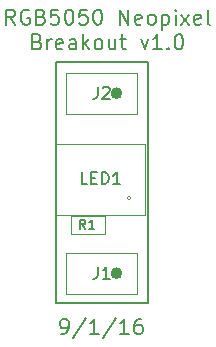
<source format=gbr>
G04 #@! TF.FileFunction,Other,Fab,Top*
%FSLAX46Y46*%
G04 Gerber Fmt 4.6, Leading zero omitted, Abs format (unit mm)*
G04 Created by KiCad (PCBNEW 4.0.3+e1-6302~38~ubuntu14.04.1-stable) date Thu Sep  1 16:53:10 2016*
%MOMM*%
%LPD*%
G01*
G04 APERTURE LIST*
%ADD10C,0.100000*%
%ADD11C,0.203200*%
%ADD12C,0.200000*%
%ADD13C,0.050000*%
%ADD14C,0.400000*%
%ADD15C,0.150000*%
G04 APERTURE END LIST*
D10*
D11*
X145203333Y-116906524D02*
X145445238Y-116906524D01*
X145566190Y-116846048D01*
X145626666Y-116785571D01*
X145747619Y-116604143D01*
X145808095Y-116362238D01*
X145808095Y-115878429D01*
X145747619Y-115757476D01*
X145687143Y-115697000D01*
X145566190Y-115636524D01*
X145324286Y-115636524D01*
X145203333Y-115697000D01*
X145142857Y-115757476D01*
X145082381Y-115878429D01*
X145082381Y-116180810D01*
X145142857Y-116301762D01*
X145203333Y-116362238D01*
X145324286Y-116422714D01*
X145566190Y-116422714D01*
X145687143Y-116362238D01*
X145747619Y-116301762D01*
X145808095Y-116180810D01*
X147259524Y-115576048D02*
X146170952Y-117208905D01*
X148348095Y-116906524D02*
X147622381Y-116906524D01*
X147985238Y-116906524D02*
X147985238Y-115636524D01*
X147864286Y-115817952D01*
X147743333Y-115938905D01*
X147622381Y-115999381D01*
X149799524Y-115576048D02*
X148710952Y-117208905D01*
X150888095Y-116906524D02*
X150162381Y-116906524D01*
X150525238Y-116906524D02*
X150525238Y-115636524D01*
X150404286Y-115817952D01*
X150283333Y-115938905D01*
X150162381Y-115999381D01*
X151976667Y-115636524D02*
X151734762Y-115636524D01*
X151613810Y-115697000D01*
X151553333Y-115757476D01*
X151432381Y-115938905D01*
X151371905Y-116180810D01*
X151371905Y-116664619D01*
X151432381Y-116785571D01*
X151492857Y-116846048D01*
X151613810Y-116906524D01*
X151855714Y-116906524D01*
X151976667Y-116846048D01*
X152037143Y-116785571D01*
X152097619Y-116664619D01*
X152097619Y-116362238D01*
X152037143Y-116241286D01*
X151976667Y-116180810D01*
X151855714Y-116120333D01*
X151613810Y-116120333D01*
X151492857Y-116180810D01*
X151432381Y-116241286D01*
X151371905Y-116362238D01*
X141266333Y-90706424D02*
X140843000Y-90101662D01*
X140540619Y-90706424D02*
X140540619Y-89436424D01*
X141024428Y-89436424D01*
X141145381Y-89496900D01*
X141205857Y-89557376D01*
X141266333Y-89678329D01*
X141266333Y-89859757D01*
X141205857Y-89980710D01*
X141145381Y-90041186D01*
X141024428Y-90101662D01*
X140540619Y-90101662D01*
X142475857Y-89496900D02*
X142354905Y-89436424D01*
X142173476Y-89436424D01*
X141992048Y-89496900D01*
X141871095Y-89617852D01*
X141810619Y-89738805D01*
X141750143Y-89980710D01*
X141750143Y-90162138D01*
X141810619Y-90404043D01*
X141871095Y-90524995D01*
X141992048Y-90645948D01*
X142173476Y-90706424D01*
X142294428Y-90706424D01*
X142475857Y-90645948D01*
X142536333Y-90585471D01*
X142536333Y-90162138D01*
X142294428Y-90162138D01*
X143503952Y-90041186D02*
X143685381Y-90101662D01*
X143745857Y-90162138D01*
X143806333Y-90283090D01*
X143806333Y-90464519D01*
X143745857Y-90585471D01*
X143685381Y-90645948D01*
X143564428Y-90706424D01*
X143080619Y-90706424D01*
X143080619Y-89436424D01*
X143503952Y-89436424D01*
X143624905Y-89496900D01*
X143685381Y-89557376D01*
X143745857Y-89678329D01*
X143745857Y-89799281D01*
X143685381Y-89920233D01*
X143624905Y-89980710D01*
X143503952Y-90041186D01*
X143080619Y-90041186D01*
X144955381Y-89436424D02*
X144350619Y-89436424D01*
X144290143Y-90041186D01*
X144350619Y-89980710D01*
X144471571Y-89920233D01*
X144773952Y-89920233D01*
X144894905Y-89980710D01*
X144955381Y-90041186D01*
X145015857Y-90162138D01*
X145015857Y-90464519D01*
X144955381Y-90585471D01*
X144894905Y-90645948D01*
X144773952Y-90706424D01*
X144471571Y-90706424D01*
X144350619Y-90645948D01*
X144290143Y-90585471D01*
X145802048Y-89436424D02*
X145923000Y-89436424D01*
X146043952Y-89496900D01*
X146104429Y-89557376D01*
X146164905Y-89678329D01*
X146225381Y-89920233D01*
X146225381Y-90222614D01*
X146164905Y-90464519D01*
X146104429Y-90585471D01*
X146043952Y-90645948D01*
X145923000Y-90706424D01*
X145802048Y-90706424D01*
X145681095Y-90645948D01*
X145620619Y-90585471D01*
X145560143Y-90464519D01*
X145499667Y-90222614D01*
X145499667Y-89920233D01*
X145560143Y-89678329D01*
X145620619Y-89557376D01*
X145681095Y-89496900D01*
X145802048Y-89436424D01*
X147374429Y-89436424D02*
X146769667Y-89436424D01*
X146709191Y-90041186D01*
X146769667Y-89980710D01*
X146890619Y-89920233D01*
X147193000Y-89920233D01*
X147313953Y-89980710D01*
X147374429Y-90041186D01*
X147434905Y-90162138D01*
X147434905Y-90464519D01*
X147374429Y-90585471D01*
X147313953Y-90645948D01*
X147193000Y-90706424D01*
X146890619Y-90706424D01*
X146769667Y-90645948D01*
X146709191Y-90585471D01*
X148221096Y-89436424D02*
X148342048Y-89436424D01*
X148463000Y-89496900D01*
X148523477Y-89557376D01*
X148583953Y-89678329D01*
X148644429Y-89920233D01*
X148644429Y-90222614D01*
X148583953Y-90464519D01*
X148523477Y-90585471D01*
X148463000Y-90645948D01*
X148342048Y-90706424D01*
X148221096Y-90706424D01*
X148100143Y-90645948D01*
X148039667Y-90585471D01*
X147979191Y-90464519D01*
X147918715Y-90222614D01*
X147918715Y-89920233D01*
X147979191Y-89678329D01*
X148039667Y-89557376D01*
X148100143Y-89496900D01*
X148221096Y-89436424D01*
X150156334Y-90706424D02*
X150156334Y-89436424D01*
X150882048Y-90706424D01*
X150882048Y-89436424D01*
X151970619Y-90645948D02*
X151849667Y-90706424D01*
X151607762Y-90706424D01*
X151486810Y-90645948D01*
X151426334Y-90524995D01*
X151426334Y-90041186D01*
X151486810Y-89920233D01*
X151607762Y-89859757D01*
X151849667Y-89859757D01*
X151970619Y-89920233D01*
X152031096Y-90041186D01*
X152031096Y-90162138D01*
X151426334Y-90283090D01*
X152756810Y-90706424D02*
X152635857Y-90645948D01*
X152575381Y-90585471D01*
X152514905Y-90464519D01*
X152514905Y-90101662D01*
X152575381Y-89980710D01*
X152635857Y-89920233D01*
X152756810Y-89859757D01*
X152938238Y-89859757D01*
X153059190Y-89920233D01*
X153119667Y-89980710D01*
X153180143Y-90101662D01*
X153180143Y-90464519D01*
X153119667Y-90585471D01*
X153059190Y-90645948D01*
X152938238Y-90706424D01*
X152756810Y-90706424D01*
X153724429Y-89859757D02*
X153724429Y-91129757D01*
X153724429Y-89920233D02*
X153845381Y-89859757D01*
X154087286Y-89859757D01*
X154208238Y-89920233D01*
X154268715Y-89980710D01*
X154329191Y-90101662D01*
X154329191Y-90464519D01*
X154268715Y-90585471D01*
X154208238Y-90645948D01*
X154087286Y-90706424D01*
X153845381Y-90706424D01*
X153724429Y-90645948D01*
X154873477Y-90706424D02*
X154873477Y-89859757D01*
X154873477Y-89436424D02*
X154813001Y-89496900D01*
X154873477Y-89557376D01*
X154933953Y-89496900D01*
X154873477Y-89436424D01*
X154873477Y-89557376D01*
X155357287Y-90706424D02*
X156022525Y-89859757D01*
X155357287Y-89859757D02*
X156022525Y-90706424D01*
X156990143Y-90645948D02*
X156869191Y-90706424D01*
X156627286Y-90706424D01*
X156506334Y-90645948D01*
X156445858Y-90524995D01*
X156445858Y-90041186D01*
X156506334Y-89920233D01*
X156627286Y-89859757D01*
X156869191Y-89859757D01*
X156990143Y-89920233D01*
X157050620Y-90041186D01*
X157050620Y-90162138D01*
X156445858Y-90283090D01*
X157776334Y-90706424D02*
X157655381Y-90645948D01*
X157594905Y-90524995D01*
X157594905Y-89436424D01*
X143171333Y-92149386D02*
X143352762Y-92209862D01*
X143413238Y-92270338D01*
X143473714Y-92391290D01*
X143473714Y-92572719D01*
X143413238Y-92693671D01*
X143352762Y-92754148D01*
X143231809Y-92814624D01*
X142748000Y-92814624D01*
X142748000Y-91544624D01*
X143171333Y-91544624D01*
X143292286Y-91605100D01*
X143352762Y-91665576D01*
X143413238Y-91786529D01*
X143413238Y-91907481D01*
X143352762Y-92028433D01*
X143292286Y-92088910D01*
X143171333Y-92149386D01*
X142748000Y-92149386D01*
X144018000Y-92814624D02*
X144018000Y-91967957D01*
X144018000Y-92209862D02*
X144078476Y-92088910D01*
X144138952Y-92028433D01*
X144259905Y-91967957D01*
X144380857Y-91967957D01*
X145287999Y-92754148D02*
X145167047Y-92814624D01*
X144925142Y-92814624D01*
X144804190Y-92754148D01*
X144743714Y-92633195D01*
X144743714Y-92149386D01*
X144804190Y-92028433D01*
X144925142Y-91967957D01*
X145167047Y-91967957D01*
X145287999Y-92028433D01*
X145348476Y-92149386D01*
X145348476Y-92270338D01*
X144743714Y-92391290D01*
X146437047Y-92814624D02*
X146437047Y-92149386D01*
X146376570Y-92028433D01*
X146255618Y-91967957D01*
X146013713Y-91967957D01*
X145892761Y-92028433D01*
X146437047Y-92754148D02*
X146316094Y-92814624D01*
X146013713Y-92814624D01*
X145892761Y-92754148D01*
X145832285Y-92633195D01*
X145832285Y-92512243D01*
X145892761Y-92391290D01*
X146013713Y-92330814D01*
X146316094Y-92330814D01*
X146437047Y-92270338D01*
X147041809Y-92814624D02*
X147041809Y-91544624D01*
X147162761Y-92330814D02*
X147525618Y-92814624D01*
X147525618Y-91967957D02*
X147041809Y-92451767D01*
X148251333Y-92814624D02*
X148130380Y-92754148D01*
X148069904Y-92693671D01*
X148009428Y-92572719D01*
X148009428Y-92209862D01*
X148069904Y-92088910D01*
X148130380Y-92028433D01*
X148251333Y-91967957D01*
X148432761Y-91967957D01*
X148553713Y-92028433D01*
X148614190Y-92088910D01*
X148674666Y-92209862D01*
X148674666Y-92572719D01*
X148614190Y-92693671D01*
X148553713Y-92754148D01*
X148432761Y-92814624D01*
X148251333Y-92814624D01*
X149763238Y-91967957D02*
X149763238Y-92814624D01*
X149218952Y-91967957D02*
X149218952Y-92633195D01*
X149279428Y-92754148D01*
X149400381Y-92814624D01*
X149581809Y-92814624D01*
X149702761Y-92754148D01*
X149763238Y-92693671D01*
X150186571Y-91967957D02*
X150670381Y-91967957D01*
X150368000Y-91544624D02*
X150368000Y-92633195D01*
X150428476Y-92754148D01*
X150549429Y-92814624D01*
X150670381Y-92814624D01*
X151940381Y-91967957D02*
X152242762Y-92814624D01*
X152545142Y-91967957D01*
X153694190Y-92814624D02*
X152968476Y-92814624D01*
X153331333Y-92814624D02*
X153331333Y-91544624D01*
X153210381Y-91726052D01*
X153089428Y-91847005D01*
X152968476Y-91907481D01*
X154238476Y-92693671D02*
X154298952Y-92754148D01*
X154238476Y-92814624D01*
X154178000Y-92754148D01*
X154238476Y-92693671D01*
X154238476Y-92814624D01*
X155085143Y-91544624D02*
X155206095Y-91544624D01*
X155327047Y-91605100D01*
X155387524Y-91665576D01*
X155448000Y-91786529D01*
X155508476Y-92028433D01*
X155508476Y-92330814D01*
X155448000Y-92572719D01*
X155387524Y-92693671D01*
X155327047Y-92754148D01*
X155206095Y-92814624D01*
X155085143Y-92814624D01*
X154964190Y-92754148D01*
X154903714Y-92693671D01*
X154843238Y-92572719D01*
X154782762Y-92330814D01*
X154782762Y-92028433D01*
X154843238Y-91786529D01*
X154903714Y-91665576D01*
X154964190Y-91605100D01*
X155085143Y-91544624D01*
D12*
X144780000Y-93853000D02*
X152527000Y-93853000D01*
X144780000Y-114300000D02*
X144780000Y-93853000D01*
X152527000Y-114300000D02*
X144780000Y-114300000D01*
X152527000Y-93980000D02*
X152527000Y-114300000D01*
D13*
X145610000Y-113510000D02*
X151610000Y-113510000D01*
X145610000Y-113510000D02*
X145610000Y-110010000D01*
X151610000Y-110010000D02*
X145610000Y-110010000D01*
X151610000Y-113510000D02*
X151610000Y-110010000D01*
D14*
X150151548Y-111760000D02*
G75*
G03X150151548Y-111760000I-291548J0D01*
G01*
D13*
X145610000Y-98270000D02*
X151610000Y-98270000D01*
X145610000Y-98270000D02*
X145610000Y-94770000D01*
X151610000Y-94770000D02*
X145610000Y-94770000D01*
X151610000Y-98270000D02*
X151610000Y-94770000D01*
D14*
X150151548Y-96520000D02*
G75*
G03X150151548Y-96520000I-291548J0D01*
G01*
D13*
X148897000Y-108446000D02*
X145997000Y-108446000D01*
X148897000Y-108446000D02*
X148897000Y-106946000D01*
X145997000Y-108446000D02*
X145997000Y-106946000D01*
X148897000Y-106946000D02*
X145997000Y-106946000D01*
X151096514Y-105409000D02*
G75*
G03X151096514Y-105409000I-158114J0D01*
G01*
X152298400Y-106807000D02*
X152298400Y-100838000D01*
X144678400Y-106807000D02*
X152298400Y-106807000D01*
X144678400Y-100838000D02*
X144678400Y-106807000D01*
X152298400Y-100838000D02*
X144678400Y-100838000D01*
D15*
X148276667Y-111212381D02*
X148276667Y-111926667D01*
X148229047Y-112069524D01*
X148133809Y-112164762D01*
X147990952Y-112212381D01*
X147895714Y-112212381D01*
X149276667Y-112212381D02*
X148705238Y-112212381D01*
X148990952Y-112212381D02*
X148990952Y-111212381D01*
X148895714Y-111355238D01*
X148800476Y-111450476D01*
X148705238Y-111498095D01*
X148276667Y-95972381D02*
X148276667Y-96686667D01*
X148229047Y-96829524D01*
X148133809Y-96924762D01*
X147990952Y-96972381D01*
X147895714Y-96972381D01*
X148705238Y-96067619D02*
X148752857Y-96020000D01*
X148848095Y-95972381D01*
X149086191Y-95972381D01*
X149181429Y-96020000D01*
X149229048Y-96067619D01*
X149276667Y-96162857D01*
X149276667Y-96258095D01*
X149229048Y-96400952D01*
X148657619Y-96972381D01*
X149276667Y-96972381D01*
X147223667Y-108017905D02*
X146957000Y-107636952D01*
X146766524Y-108017905D02*
X146766524Y-107217905D01*
X147071286Y-107217905D01*
X147147477Y-107256000D01*
X147185572Y-107294095D01*
X147223667Y-107370286D01*
X147223667Y-107484571D01*
X147185572Y-107560762D01*
X147147477Y-107598857D01*
X147071286Y-107636952D01*
X146766524Y-107636952D01*
X147985572Y-108017905D02*
X147528429Y-108017905D01*
X147757000Y-108017905D02*
X147757000Y-107217905D01*
X147680810Y-107332190D01*
X147604619Y-107408381D01*
X147528429Y-107446476D01*
X147394353Y-104211381D02*
X146918162Y-104211381D01*
X146918162Y-103211381D01*
X147727686Y-103687571D02*
X148061020Y-103687571D01*
X148203877Y-104211381D02*
X147727686Y-104211381D01*
X147727686Y-103211381D01*
X148203877Y-103211381D01*
X148632448Y-104211381D02*
X148632448Y-103211381D01*
X148870543Y-103211381D01*
X149013401Y-103259000D01*
X149108639Y-103354238D01*
X149156258Y-103449476D01*
X149203877Y-103639952D01*
X149203877Y-103782810D01*
X149156258Y-103973286D01*
X149108639Y-104068524D01*
X149013401Y-104163762D01*
X148870543Y-104211381D01*
X148632448Y-104211381D01*
X150156258Y-104211381D02*
X149584829Y-104211381D01*
X149870543Y-104211381D02*
X149870543Y-103211381D01*
X149775305Y-103354238D01*
X149680067Y-103449476D01*
X149584829Y-103497095D01*
M02*

</source>
